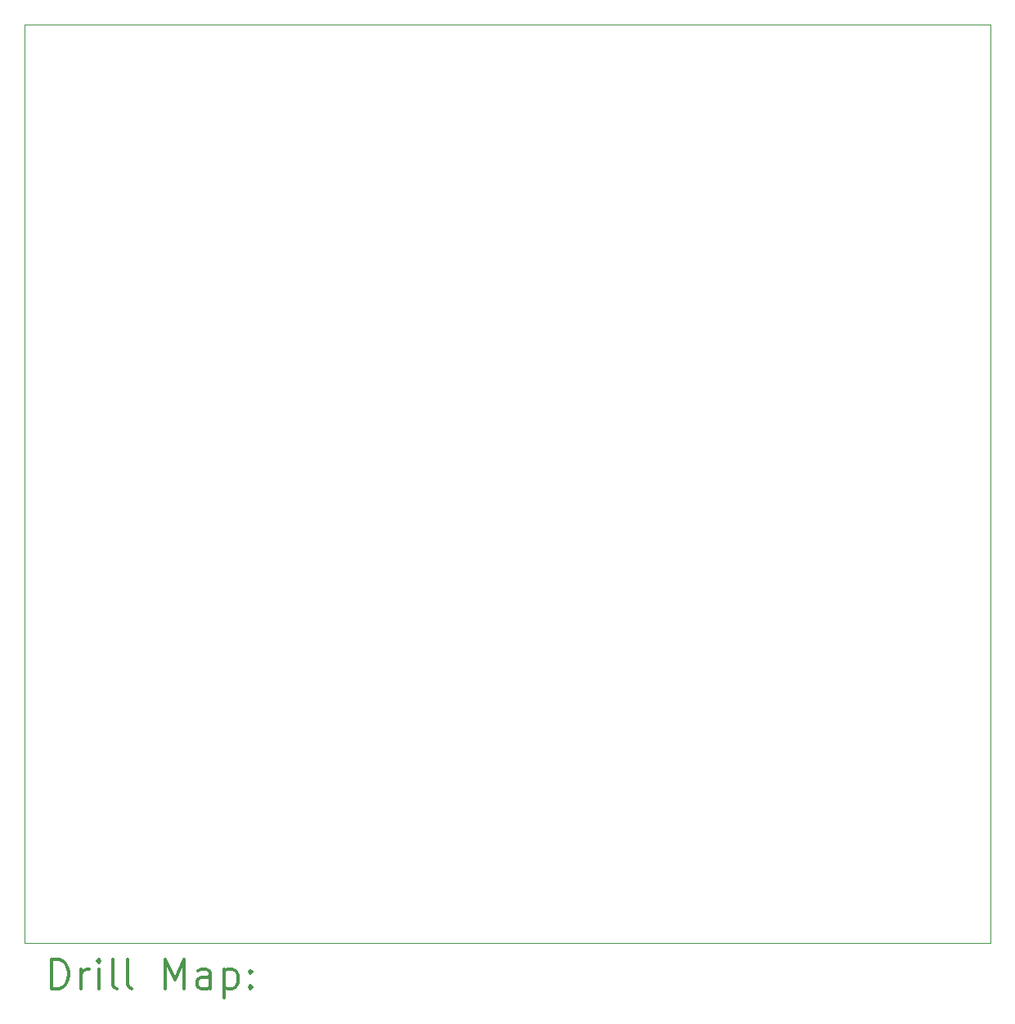
<source format=gbr>
%FSLAX45Y45*%
G04 Gerber Fmt 4.5, Leading zero omitted, Abs format (unit mm)*
G04 Created by KiCad (PCBNEW 5.1.5+dfsg1-2build2) date 2021-10-31 21:53:35*
%MOMM*%
%LPD*%
G04 APERTURE LIST*
%TA.AperFunction,Profile*%
%ADD10C,0.100000*%
%TD*%
%ADD11C,0.200000*%
%ADD12C,0.300000*%
G04 APERTURE END LIST*
D10*
X18000000Y-4500000D02*
X18000000Y-14000000D01*
X8000000Y-4500000D02*
X18000000Y-4500000D01*
X8000000Y-14000000D02*
X8000000Y-4500000D01*
X18000000Y-14000000D02*
X8000000Y-14000000D01*
D11*
D12*
X8281428Y-14470714D02*
X8281428Y-14170714D01*
X8352857Y-14170714D01*
X8395714Y-14185000D01*
X8424286Y-14213571D01*
X8438571Y-14242143D01*
X8452857Y-14299286D01*
X8452857Y-14342143D01*
X8438571Y-14399286D01*
X8424286Y-14427857D01*
X8395714Y-14456429D01*
X8352857Y-14470714D01*
X8281428Y-14470714D01*
X8581428Y-14470714D02*
X8581428Y-14270714D01*
X8581428Y-14327857D02*
X8595714Y-14299286D01*
X8610000Y-14285000D01*
X8638571Y-14270714D01*
X8667143Y-14270714D01*
X8767143Y-14470714D02*
X8767143Y-14270714D01*
X8767143Y-14170714D02*
X8752857Y-14185000D01*
X8767143Y-14199286D01*
X8781428Y-14185000D01*
X8767143Y-14170714D01*
X8767143Y-14199286D01*
X8952857Y-14470714D02*
X8924286Y-14456429D01*
X8910000Y-14427857D01*
X8910000Y-14170714D01*
X9110000Y-14470714D02*
X9081428Y-14456429D01*
X9067143Y-14427857D01*
X9067143Y-14170714D01*
X9452857Y-14470714D02*
X9452857Y-14170714D01*
X9552857Y-14385000D01*
X9652857Y-14170714D01*
X9652857Y-14470714D01*
X9924286Y-14470714D02*
X9924286Y-14313571D01*
X9910000Y-14285000D01*
X9881428Y-14270714D01*
X9824286Y-14270714D01*
X9795714Y-14285000D01*
X9924286Y-14456429D02*
X9895714Y-14470714D01*
X9824286Y-14470714D01*
X9795714Y-14456429D01*
X9781428Y-14427857D01*
X9781428Y-14399286D01*
X9795714Y-14370714D01*
X9824286Y-14356429D01*
X9895714Y-14356429D01*
X9924286Y-14342143D01*
X10067143Y-14270714D02*
X10067143Y-14570714D01*
X10067143Y-14285000D02*
X10095714Y-14270714D01*
X10152857Y-14270714D01*
X10181428Y-14285000D01*
X10195714Y-14299286D01*
X10210000Y-14327857D01*
X10210000Y-14413571D01*
X10195714Y-14442143D01*
X10181428Y-14456429D01*
X10152857Y-14470714D01*
X10095714Y-14470714D01*
X10067143Y-14456429D01*
X10338571Y-14442143D02*
X10352857Y-14456429D01*
X10338571Y-14470714D01*
X10324286Y-14456429D01*
X10338571Y-14442143D01*
X10338571Y-14470714D01*
X10338571Y-14285000D02*
X10352857Y-14299286D01*
X10338571Y-14313571D01*
X10324286Y-14299286D01*
X10338571Y-14285000D01*
X10338571Y-14313571D01*
M02*

</source>
